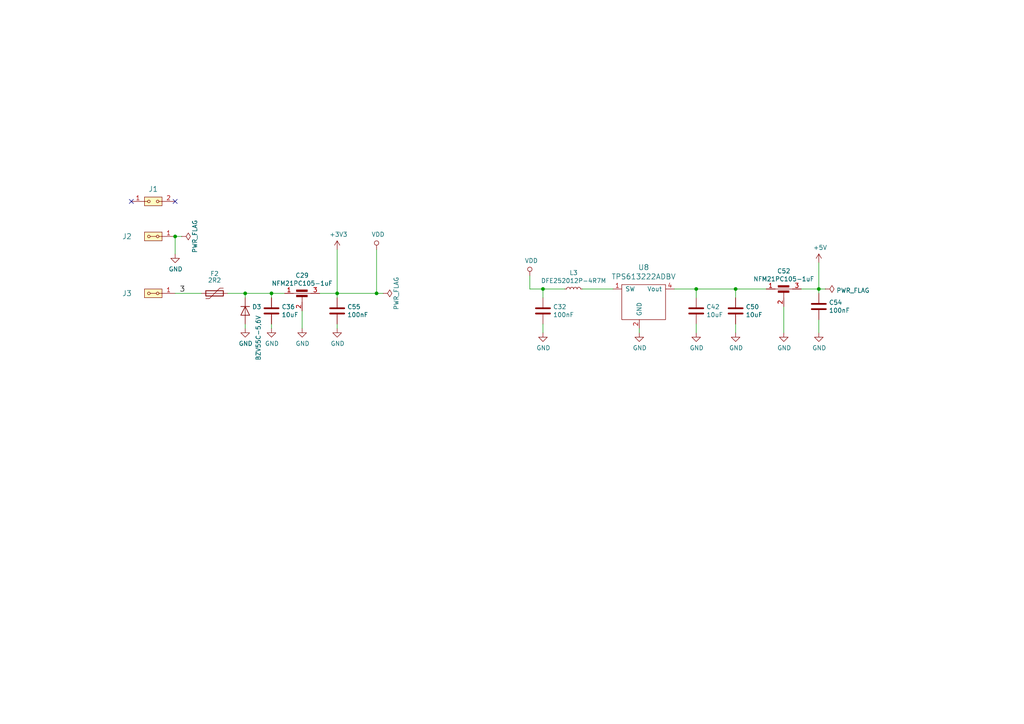
<source format=kicad_sch>
(kicad_sch (version 20211123) (generator eeschema)
  (paper "A4")
  (title_block (title "SPACEDOS01B") (date "2023-01-26") (company "www.ust.cz") (comment 1 "Semiconductor \\nIonizing radiation \\nsatellite spectrometer  \\nand dosimeter ") (comment 3 "Universal Scientific Technologies s.r.o. "))
  (lib_symbols
    (symbol "Device:L_Small" (pin_numbers hide) (pin_names (offset 0.254) hide)
      (property "Reference" "L" (at 0.762 1.016 0))
      (property "Value" "Device_L_Small" (at 0.762 -1.016 0))
      (symbol "L_Small_0_1"
        (arc (start 0 -2.032) (mid 0.508 -1.524) (end 0 -1.016))
        (arc (start 0 -1.016) (mid 0.508 -0.508) (end 0 0))
        (arc (start 0 0) (mid 0.508 0.508) (end 0 1.016))
        (arc (start 0 1.016) (mid 0.508 1.524) (end 0 2.032))
      )
      (symbol "L_Small_1_1"
        (pin passive line (at 0 2.54 270) (length 0.508) (name "~") (number "1"))
        (pin passive line (at 0 -2.54 90) (length 0.508) (name "~") (number "2"))
      )
    )
    (symbol "MLAB_HEADER:HEADER_2x01" (pin_names (offset 1.016))
      (property "Reference" "J" (at 0 -2.54 0))
      (property "Value" "HEADER_2x01" (at 0 2.54 0))
      (symbol "HEADER_2x01_0_1"
        (rectangle (start -2.54 1.27) (end 2.54 -1.27) (fill (type background)))
        (circle (center -1.27 0) (radius 0.381))
        (polyline (pts (xy -1.651 0) (xy -2.54 0)))
        (polyline (pts (xy 1.651 0) (xy 2.54 0)))
        (circle (center 1.27 0) (radius 0.381))
      )
      (symbol "HEADER_2x01_1_1"
        (pin input line (at -6.35 0 0) (length 3.81) (name "~") (number "1"))
        (pin input line (at 6.35 0 180) (length 3.81) (name "~") (number "2"))
      )
    )
    (symbol "MLAB_HEADER:HEADER_2x01_PARALLEL" (pin_names (offset 1.016))
      (property "Reference" "J" (at 0 -2.54 0))
      (property "Value" "HEADER_2x01_PARALLEL" (at 0 2.54 0))
      (symbol "HEADER_2x01_PARALLEL_0_1"
        (rectangle (start -2.54 1.27) (end 2.54 -1.27) (fill (type background)))
        (circle (center -1.27 0) (radius 0.381))
        (polyline (pts (xy -1.651 0) (xy -2.54 0)))
        (polyline (pts (xy -0.889 0) (xy 0.889 0)))
        (circle (center 1.27 0) (radius 0.381))
      )
      (symbol "HEADER_2x01_PARALLEL_1_1"
        (pin input line (at -6.35 0 0) (length 3.81) (name "~") (number "1"))
        (pin input line (at -6.35 0 0) (length 3.81) hide (name "~") (number "2"))
      )
    )
    (symbol "MLAB_IO:TPS61322xA" (pin_names (offset 1.016))
      (property "Reference" "U" (at 0 0 0))
      (property "Value" "MLAB_IO_TPS61322xA" (at 7.62 7.62 0))
      (symbol "TPS61322xA_0_1"
        (rectangle (start -5.08 3.81) (end 7.62 -6.35))
      )
      (symbol "TPS61322xA_1_1"
        (pin unspecified line (at -7.62 2.54 0) (length 2.54) (name "SW") (number "1"))
        (pin unspecified line (at 0 -8.89 90) (length 2.54) (name "GND") (number "2"))
        (pin unspecified line (at 10.16 2.54 180) (length 2.54) (name "Vout") (number "4"))
      )
    )
    (symbol "SPACEDOS01B_PCB01A-rescue:C-device-DATALOGGER01A-rescue-CCP2019V01A-rescue-SPACEDOS01A_PCB01A-rescue" (pin_numbers hide) (pin_names (offset 0.254))
      (property "Reference" "C" (at 0.635 2.54 0))
      (property "Value" "C-device-DATALOGGER01A-rescue-CCP2019V01A-rescue-SPACEDOS01A_PCB01A-rescue" (at 0.635 -2.54 0))
      (symbol "C-device-DATALOGGER01A-rescue-CCP2019V01A-rescue-SPACEDOS01A_PCB01A-rescue_0_1"
        (polyline (pts (xy -2.032 -0.762) (xy 2.032 -0.762)) (stroke (width 0.508)))
        (polyline (pts (xy -2.032 0.762) (xy 2.032 0.762)) (stroke (width 0.508)))
      )
      (symbol "C-device-DATALOGGER01A-rescue-CCP2019V01A-rescue-SPACEDOS01A_PCB01A-rescue_1_1"
        (pin passive line (at 0 3.81 270) (length 2.794) (name "~") (number "1"))
        (pin passive line (at 0 -3.81 90) (length 2.794) (name "~") (number "2"))
      )
    )
    (symbol "SPACEDOS01B_PCB01A-rescue:D-device-DATALOGGER01A-rescue-CCP2019V01A-rescue-SPACEDOS01A_PCB01A-rescue" (pin_numbers hide) (pin_names (offset 1.016) hide)
      (property "Reference" "D" (at 0 2.54 0))
      (property "Value" "D-device-DATALOGGER01A-rescue-CCP2019V01A-rescue-SPACEDOS01A_PCB01A-rescue" (at 0 -2.54 0))
      (symbol "D-device-DATALOGGER01A-rescue-CCP2019V01A-rescue-SPACEDOS01A_PCB01A-rescue_0_1"
        (polyline (pts (xy -1.27 1.27) (xy -1.27 -1.27)) (stroke (width 0.2032)))
        (polyline (pts (xy 1.27 0) (xy -1.27 0)))
        (polyline (pts (xy 1.27 1.27) (xy 1.27 -1.27) (xy -1.27 0) (xy 1.27 1.27)) (stroke (width 0.2032)))
      )
      (symbol "D-device-DATALOGGER01A-rescue-CCP2019V01A-rescue-SPACEDOS01A_PCB01A-rescue_1_1"
        (pin passive line (at -3.81 0 0) (length 2.54) (name "K") (number "1"))
        (pin passive line (at 3.81 0 180) (length 2.54) (name "A") (number "2"))
      )
    )
    (symbol "SPACEDOS01B_PCB01A-rescue:EMI_Filter_C-device-DATALOGGER01A-rescue-CCP2019V01A-rescue-SPACEDOS01A_PCB01A-rescue" (pin_names (offset 0.254) hide)
      (property "Reference" "C" (at 0 7.62 0))
      (property "Value" "EMI_Filter_C-device-DATALOGGER01A-rescue-CCP2019V01A-rescue-SPACEDOS01A_PCB01A-rescue" (at 0 5.715 0))
      (symbol "EMI_Filter_C-device-DATALOGGER01A-rescue-CCP2019V01A-rescue-SPACEDOS01A_PCB01A-rescue_0_1"
        (rectangle (start -1.651 1.524) (end 1.524 2.032) (fill (type outline)))
        (polyline (pts (xy -2.54 2.54) (xy 2.54 2.54)))
        (polyline (pts (xy 0 0) (xy 0 1.778)))
        (rectangle (start 1.524 3.048) (end -1.651 3.556) (fill (type outline)))
      )
      (symbol "EMI_Filter_C-device-DATALOGGER01A-rescue-CCP2019V01A-rescue-SPACEDOS01A_PCB01A-rescue_1_1"
        (pin passive line (at -5.08 2.54 0) (length 2.54) (name "1") (number "1"))
        (pin passive line (at 0 -2.54 90) (length 2.54) (name "2") (number "2"))
        (pin passive line (at 5.08 2.54 180) (length 2.54) (name "3") (number "3"))
      )
    )
    (symbol "SPACEDOS01B_PCB01A-rescue:Polyfuse-device-DATALOGGER01A-rescue-CCP2019V01A-rescue-SPACEDOS01A_PCB01A-rescue-SPACEDOS01B_PCB01A-rescue" (pin_numbers hide) (pin_names (offset 0))
      (property "Reference" "F" (at -2.54 0 90))
      (property "Value" "Polyfuse-device-DATALOGGER01A-rescue-CCP2019V01A-rescue-SPACEDOS01A_PCB01A-rescue-SPACEDOS01B_PCB01A-rescue" (at 2.54 0 90))
      (symbol "Polyfuse-device-DATALOGGER01A-rescue-CCP2019V01A-rescue-SPACEDOS01A_PCB01A-rescue-SPACEDOS01B_PCB01A-rescue_0_1"
        (rectangle (start -0.762 2.54) (end 0.762 -2.54) (stroke (width 0.254)))
        (polyline (pts (xy 0 2.54) (xy 0 -2.54)))
        (polyline (pts (xy -1.524 2.54) (xy -1.524 1.524) (xy 1.524 -1.524) (xy 1.524 -2.54)))
      )
      (symbol "Polyfuse-device-DATALOGGER01A-rescue-CCP2019V01A-rescue-SPACEDOS01A_PCB01A-rescue-SPACEDOS01B_PCB01A-rescue_1_1"
        (pin passive line (at 0 3.81 270) (length 1.27) (name "~") (number "1"))
        (pin passive line (at 0 -3.81 90) (length 1.27) (name "~") (number "2"))
      )
    )
    (symbol "power:+3.3V" (power) (pin_names (offset 0))
      (property "Value" "power_+3.3V" (at 0 3.556 0))
      (symbol "+3.3V_0_1"
        (polyline (pts (xy -0.762 1.27) (xy 0 2.54)))
        (polyline (pts (xy 0 0) (xy 0 2.54)))
        (polyline (pts (xy 0 2.54) (xy 0.762 1.27)))
      )
      (symbol "+3.3V_1_1"
        (pin power_in line (at 0 0 90) (length 0) hide (name "+3V3") (number "1"))
      )
    )
    (symbol "power:+5V" (power) (pin_names (offset 0))
      (property "Value" "power_+5V" (at 0 3.556 0))
      (symbol "+5V_0_1"
        (polyline (pts (xy -0.762 1.27) (xy 0 2.54)))
        (polyline (pts (xy 0 0) (xy 0 2.54)))
        (polyline (pts (xy 0 2.54) (xy 0.762 1.27)))
      )
      (symbol "+5V_1_1"
        (pin power_in line (at 0 0 90) (length 0) hide (name "+5V") (number "1"))
      )
    )
    (symbol "power:GND" (power) (pin_names (offset 0))
      (property "Value" "power_GND" (at 0 -3.81 0))
      (symbol "GND_0_1"
        (polyline (pts (xy 0 0) (xy 0 -1.27) (xy 1.27 -1.27) (xy 0 -2.54) (xy -1.27 -1.27) (xy 0 -1.27)))
      )
      (symbol "GND_1_1"
        (pin power_in line (at 0 0 270) (length 0) hide (name "GND") (number "1"))
      )
    )
    (symbol "power:PWR_FLAG" (power) (pin_numbers hide) (pin_names (offset 0) hide)
      (property "Value" "PWR_FLAG" (at 0 3.81 0))
      (symbol "PWR_FLAG_0_0"
        (pin power_out line (at 0 0 90) (length 0) (name "pwr") (number "1"))
      )
      (symbol "PWR_FLAG_0_1"
        (polyline (pts (xy 0 0) (xy 0 1.27) (xy -1.016 1.905) (xy 0 2.54) (xy 1.016 1.905) (xy 0 1.27)))
      )
    )
    (symbol "power:VDD" (power) (pin_names (offset 0))
      (property "Value" "power_VDD" (at 0 3.81 0))
      (symbol "VDD_0_1"
        (polyline (pts (xy 0 0) (xy 0 1.27)))
        (circle (center 0 1.905) (radius 0.635))
      )
      (symbol "VDD_1_1"
        (pin power_in line (at 0 0 90) (length 0) hide (name "VDD") (number "1"))
      )
    )
  )
  (junction (at 157.48 83.82))
  (junction (at 237.49 83.82))
  (junction (at 50.8 68.58))
  (junction (at 213.36 83.82))
  (junction (at 78.74 85.09))
  (junction (at 201.93 83.82))
  (junction (at 97.79 85.09))
  (junction (at 109.22 85.09))
  (junction (at 71.12 85.09))
  (no_connect (at 50.8 58.42))
  (no_connect (at 38.1 58.42))
  (wire (pts (xy 50.8 85.09) (xy 58.42 85.09)))
  (wire (pts (xy 97.79 85.09) (xy 97.79 86.36)))
  (wire (pts (xy 201.93 86.36) (xy 201.93 83.82)))
  (wire (pts (xy 213.36 83.82) (xy 222.25 83.82)))
  (wire (pts (xy 237.49 83.82) (xy 237.49 85.09)))
  (wire (pts (xy 237.49 76.2) (xy 237.49 83.82)))
  (wire (pts (xy 109.22 85.09) (xy 111.125 85.09)))
  (wire (pts (xy 78.74 93.98) (xy 78.74 95.25)))
  (wire (pts (xy 87.63 90.17) (xy 87.63 95.25)))
  (wire (pts (xy 153.67 83.82) (xy 157.48 83.82)))
  (wire (pts (xy 71.12 86.36) (xy 71.12 85.09)))
  (wire (pts (xy 92.71 85.09) (xy 97.79 85.09)))
  (wire (pts (xy 213.36 96.52) (xy 213.36 93.98)))
  (wire (pts (xy 201.93 96.52) (xy 201.93 93.98)))
  (wire (pts (xy 153.67 80.01) (xy 153.67 83.82)))
  (wire (pts (xy 50.8 68.58) (xy 50.8 73.66)))
  (wire (pts (xy 232.41 83.82) (xy 237.49 83.82)))
  (wire (pts (xy 227.33 88.9) (xy 227.33 96.52)))
  (wire (pts (xy 213.36 86.36) (xy 213.36 83.82)))
  (wire (pts (xy 201.93 83.82) (xy 213.36 83.82)))
  (wire (pts (xy 71.12 85.09) (xy 78.74 85.09)))
  (wire (pts (xy 97.79 85.09) (xy 109.22 85.09)))
  (wire (pts (xy 157.48 83.82) (xy 157.48 86.36)))
  (wire (pts (xy 97.79 95.25) (xy 97.79 93.98)))
  (wire (pts (xy 50.8 68.58) (xy 52.705 68.58)))
  (wire (pts (xy 109.22 85.09) (xy 109.22 72.39)))
  (wire (pts (xy 237.49 83.82) (xy 239.395 83.82)))
  (wire (pts (xy 66.04 85.09) (xy 71.12 85.09)))
  (wire (pts (xy 78.74 85.09) (xy 82.55 85.09)))
  (wire (pts (xy 168.91 83.82) (xy 177.8 83.82)))
  (wire (pts (xy 71.12 95.25) (xy 71.12 93.98)))
  (wire (pts (xy 237.49 92.71) (xy 237.49 96.52)))
  (wire (pts (xy 195.58 83.82) (xy 201.93 83.82)))
  (wire (pts (xy 97.79 72.39) (xy 97.79 85.09)))
  (wire (pts (xy 185.42 96.52) (xy 185.42 95.25)))
  (wire (pts (xy 157.48 93.98) (xy 157.48 96.52)))
  (wire (pts (xy 157.48 83.82) (xy 163.83 83.82)))
  (wire (pts (xy 78.74 86.36) (xy 78.74 85.09)))
  (label "3" (at 52.07 85.09 0) (effects (font (size 1.524 1.524))))
  (symbol (lib_id "SPACEDOS01B_PCB01A-rescue:D-device-DATALOGGER01A-rescue-CCP2019V01A-rescue-SPACEDOS01A_PCB01A-rescue") (at 71.12 90.17 270) (unit 1)
    (property "Reference" "D3" (at 73.1266 89.0016 90) (effects (justify left)))
    (property "Value" "BZV55C-5,6V" (at 74.93 91.44 0) (effects (justify left)))
    (property "Footprint" "Diode_SMD:D_MiniMELF" (effects hide))
  )
  (symbol (lib_id "power:GND") (at 71.12 95.25 0) (unit 1)
    (property "Reference" "#PWR0113" (effects hide))
    (property "Value" "GND" (at 71.247 99.6442 0))
  )
  (symbol (lib_id "SPACEDOS01B_PCB01A-rescue:EMI_Filter_C-device-DATALOGGER01A-rescue-CCP2019V01A-rescue-SPACEDOS01A_PCB01A-rescue") (at 87.63 87.63 0) (unit 1)
    (property "Reference" "C29" (at 87.63 79.883 0))
    (property "Value" "NFM21PC105-1uF" (at 87.63 82.1944 0))
    (property "Footprint" "Mlab_L:FIR_0805" (effects hide))
    (property "Datasheet" "http://www.murata.com/~/media/webrenewal/support/library/catalog/products/emc/emifil/c31e.ashx?la=en-gb" (effects hide))
  )
  (symbol (lib_id "SPACEDOS01B_PCB01A-rescue:C-device-DATALOGGER01A-rescue-CCP2019V01A-rescue-SPACEDOS01A_PCB01A-rescue") (at 97.79 90.17 0) (unit 1)
    (property "Reference" "C55" (at 100.711 89.0016 0) (effects (justify left)))
    (property "Value" "100nF" (at 100.711 91.313 0) (effects (justify left)))
    (property "Footprint" "Mlab_R:SMD-0805" (effects hide))
  )
  (symbol (lib_id "power:GND") (at 78.74 95.25 0) (unit 1)
    (property "Reference" "#PWR0114" (effects hide))
    (property "Value" "GND" (at 78.867 99.6442 0))
  )
  (symbol (lib_id "power:GND") (at 97.79 95.25 0) (unit 1)
    (property "Reference" "#PWR0137" (effects hide))
    (property "Value" "GND" (at 97.917 99.6442 0))
  )
  (symbol (lib_id "power:GND") (at 87.63 95.25 0) (unit 1)
    (property "Reference" "#PWR0139" (effects hide))
    (property "Value" "GND" (at 87.757 99.6442 0))
  )
  (symbol (lib_id "SPACEDOS01B_PCB01A-rescue:Polyfuse-device-DATALOGGER01A-rescue-CCP2019V01A-rescue-SPACEDOS01A_PCB01A-rescue-SPACEDOS01B_PCB01A-rescue") (at 62.23 85.09 270) (unit 1)
    (property "Reference" "F2" (at 62.23 79.375 90))
    (property "Value" "2R2" (at 62.23 81.28 90))
    (property "Footprint" "Mlab_R:SMD-0805" (effects hide))
  )
  (symbol (lib_id "MLAB_HEADER:HEADER_2x01_PARALLEL") (at 44.45 85.09 180) (unit 1)
    (property "Reference" "J3" (at 36.83 85.09 0) (effects (font (size 1.524 1.524))))
    (property "Value" "HEADER_2x01_PARALLEL" (effects hide))
    (property "Footprint" "Mlab_Pin_Headers:Straight_1x02" (effects hide))
  )
  (symbol (lib_id "MLAB_HEADER:HEADER_2x01_PARALLEL") (at 44.45 68.58 180) (unit 1)
    (property "Reference" "J2" (at 36.83 68.58 0) (effects (font (size 1.524 1.524))))
    (property "Value" "HEADER_2x01_PARALLEL" (effects hide))
    (property "Footprint" "Mlab_Pin_Headers:Straight_1x02" (effects hide))
  )
  (symbol (lib_id "power:GND") (at 50.8 73.66 0) (unit 1)
    (property "Reference" "#PWR0141" (effects hide))
    (property "Value" "GND" (at 50.927 78.0542 0))
  )
  (symbol (lib_id "power:+3.3V") (at 97.79 72.39 0) (unit 1)
    (property "Reference" "#PWR0173" (effects hide))
    (property "Value" "+3.3V" (at 98.171 67.9958 0))
  )
  (symbol (lib_id "power:VDD") (at 109.22 72.39 0) (unit 1)
    (property "Reference" "#PWR0174" (effects hide))
    (property "Value" "VDD" (at 109.6518 67.9958 0))
  )
  (symbol (lib_id "SPACEDOS01B_PCB01A-rescue:C-device-DATALOGGER01A-rescue-CCP2019V01A-rescue-SPACEDOS01A_PCB01A-rescue") (at 78.74 90.17 0) (unit 1)
    (property "Reference" "C36" (at 81.661 89.0016 0) (effects (justify left)))
    (property "Value" "10uF" (at 81.661 91.313 0) (effects (justify left)))
    (property "Footprint" "Mlab_R:SMD-0805" (effects hide))
  )
  (symbol (lib_id "power:+5V") (at 237.49 76.2 0) (unit 1)
    (property "Reference" "#PWR0152" (effects hide))
    (property "Value" "+5V" (at 237.871 71.8058 0))
  )
  (symbol (lib_id "Device:L_Small") (at 166.37 83.82 90) (unit 1)
    (property "Reference" "L3" (at 166.37 79.121 90))
    (property "Value" "DFE252012P-4R7M" (at 166.37 81.4324 90))
    (property "Footprint" "Resistor_SMD:R_0805_2012Metric_Pad1.15x1.40mm_HandSolder" (effects hide))
  )
  (symbol (lib_id "MLAB_IO:TPS61322xA") (at 185.42 86.36 0) (unit 1)
    (property "Reference" "U8" (at 186.69 77.5462 0) (effects (font (size 1.524 1.524))))
    (property "Value" "TPS613222ADBV" (at 186.69 80.2386 0) (effects (font (size 1.524 1.524))))
    (property "Footprint" "Package_TO_SOT_SMD:SOT-23-5" (effects hide))
    (property "Datasheet" "https://www.ti.com/lit/ds/symlink/tps61322.pdf" (effects hide))
  )
  (symbol (lib_id "SPACEDOS01B_PCB01A-rescue:C-device-DATALOGGER01A-rescue-CCP2019V01A-rescue-SPACEDOS01A_PCB01A-rescue") (at 201.93 90.17 0) (unit 1)
    (property "Reference" "C42" (at 204.851 89.0016 0) (effects (justify left)))
    (property "Value" "10uF" (at 204.851 91.313 0) (effects (justify left)))
    (property "Footprint" "Mlab_R:SMD-0805" (effects hide))
  )
  (symbol (lib_id "SPACEDOS01B_PCB01A-rescue:C-device-DATALOGGER01A-rescue-CCP2019V01A-rescue-SPACEDOS01A_PCB01A-rescue") (at 213.36 90.17 0) (unit 1)
    (property "Reference" "C50" (at 216.281 89.0016 0) (effects (justify left)))
    (property "Value" "10uF" (at 216.281 91.313 0) (effects (justify left)))
    (property "Footprint" "Mlab_R:SMD-0805" (effects hide))
  )
  (symbol (lib_id "power:VDD") (at 153.67 80.01 0) (unit 1)
    (property "Reference" "#PWR0161" (effects hide))
    (property "Value" "VDD" (at 154.1018 75.6158 0))
  )
  (symbol (lib_id "power:GND") (at 185.42 96.52 0) (unit 1)
    (property "Reference" "#PWR0163" (effects hide))
    (property "Value" "GND" (at 185.547 100.9142 0))
  )
  (symbol (lib_id "power:GND") (at 201.93 96.52 0) (unit 1)
    (property "Reference" "#PWR0164" (effects hide))
    (property "Value" "GND" (at 202.057 100.9142 0))
  )
  (symbol (lib_id "power:GND") (at 213.36 96.52 0) (unit 1)
    (property "Reference" "#PWR0166" (effects hide))
    (property "Value" "GND" (at 213.487 100.9142 0))
  )
  (symbol (lib_id "SPACEDOS01B_PCB01A-rescue:C-device-DATALOGGER01A-rescue-CCP2019V01A-rescue-SPACEDOS01A_PCB01A-rescue") (at 157.48 90.17 0) (unit 1)
    (property "Reference" "C32" (at 160.401 89.0016 0) (effects (justify left)))
    (property "Value" "100nF" (at 160.401 91.313 0) (effects (justify left)))
    (property "Footprint" "Mlab_R:SMD-0805" (effects hide))
  )
  (symbol (lib_id "power:GND") (at 157.48 96.52 0) (unit 1)
    (property "Reference" "#PWR0168" (effects hide))
    (property "Value" "GND" (at 157.607 100.9142 0))
  )
  (symbol (lib_id "SPACEDOS01B_PCB01A-rescue:EMI_Filter_C-device-DATALOGGER01A-rescue-CCP2019V01A-rescue-SPACEDOS01A_PCB01A-rescue") (at 227.33 86.36 0) (unit 1)
    (property "Reference" "C52" (at 227.33 78.613 0))
    (property "Value" "NFM21PC105-1uF" (at 227.33 80.9244 0))
    (property "Footprint" "Mlab_L:FIR_0805" (effects hide))
    (property "Datasheet" "http://www.murata.com/~/media/webrenewal/support/library/catalog/products/emc/emifil/c31e.ashx?la=en-gb" (effects hide))
  )
  (symbol (lib_id "SPACEDOS01B_PCB01A-rescue:C-device-DATALOGGER01A-rescue-CCP2019V01A-rescue-SPACEDOS01A_PCB01A-rescue") (at 237.49 88.9 0) (unit 1)
    (property "Reference" "C54" (at 240.411 87.7316 0) (effects (justify left)))
    (property "Value" "100nF" (at 240.411 90.043 0) (effects (justify left)))
    (property "Footprint" "Mlab_R:SMD-0805" (effects hide))
  )
  (symbol (lib_id "power:GND") (at 237.49 96.52 0) (unit 1)
    (property "Reference" "#PWR0170" (effects hide))
    (property "Value" "GND" (at 237.617 100.9142 0))
  )
  (symbol (lib_id "power:GND") (at 227.33 96.52 0) (unit 1)
    (property "Reference" "#PWR0171" (effects hide))
    (property "Value" "GND" (at 227.457 100.9142 0))
  )
  (symbol (lib_id "MLAB_HEADER:HEADER_2x01") (at 44.45 58.42 0) (unit 1)
    (property "Reference" "J1" (at 44.45 54.8386 0) (effects (font (size 1.524 1.524))))
    (property "Value" "HEADER_2x01" (effects hide))
    (property "Footprint" "Mlab_Pin_Headers:Straight_1x02" (effects hide))
  )
  (symbol (lib_id "power:PWR_FLAG") (at 111.125 85.09 270) (unit 1)
    (property "Reference" "#FLG0102" (effects hide))
    (property "Value" "PWR_FLAG" (at 114.935 85.09 0))
  )
  (symbol (lib_id "power:PWR_FLAG") (at 239.395 83.82 270) (unit 1)
    (property "Reference" "#FLG0105" (effects hide))
    (property "Value" "PWR_FLAG" (at 242.57 84.2538 90) (effects (justify left)))
  )
  (symbol (lib_id "power:PWR_FLAG") (at 52.705 68.58 270) (unit 1)
    (property "Reference" "#FLG0101" (effects hide))
    (property "Value" "PWR_FLAG" (at 56.515 68.58 0))
  )
)
</source>
